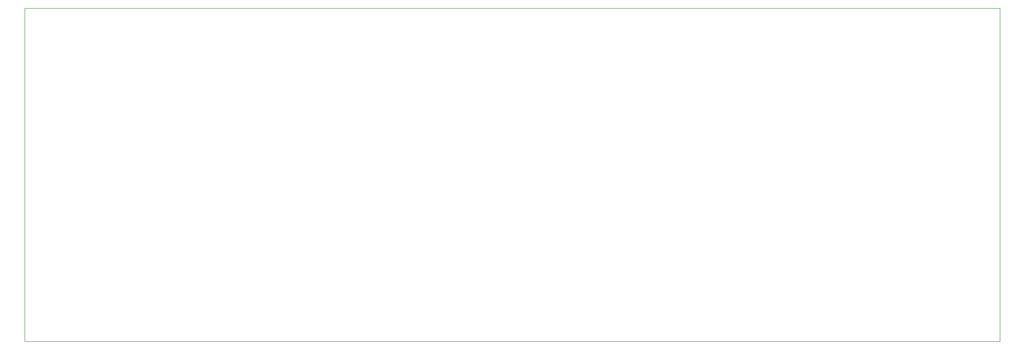
<source format=gbr>
%TF.GenerationSoftware,KiCad,Pcbnew,5.1.6-c6e7f7d~87~ubuntu20.04.1*%
%TF.CreationDate,2020-10-08T01:49:49+02:00*%
%TF.ProjectId,10A-Bias-T,3130412d-4269-4617-932d-542e6b696361,rev?*%
%TF.SameCoordinates,Original*%
%TF.FileFunction,Profile,NP*%
%FSLAX46Y46*%
G04 Gerber Fmt 4.6, Leading zero omitted, Abs format (unit mm)*
G04 Created by KiCad (PCBNEW 5.1.6-c6e7f7d~87~ubuntu20.04.1) date 2020-10-08 01:49:49*
%MOMM*%
%LPD*%
G01*
G04 APERTURE LIST*
%TA.AperFunction,Profile*%
%ADD10C,0.050000*%
%TD*%
G04 APERTURE END LIST*
D10*
X195000000Y-35000000D02*
X14000000Y-35000000D01*
X195000000Y-97000000D02*
X195000000Y-35000000D01*
X14000000Y-97000000D02*
X195000000Y-97000000D01*
X14000000Y-35000000D02*
X14000000Y-97000000D01*
M02*

</source>
